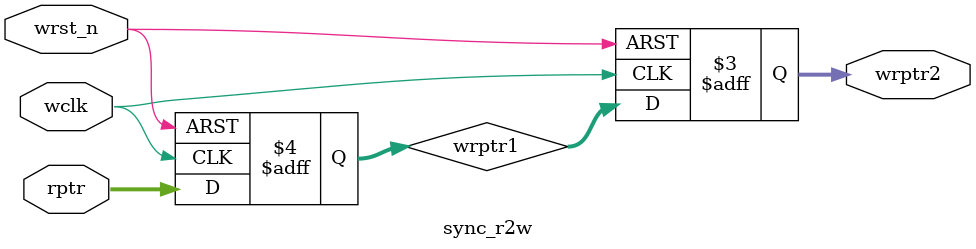
<source format=v>
module sync_r2w #(
  parameter ADDRSIZE = 4
) (
  output reg [ADDRSIZE:0] wrptr2,
  input  [ADDRSIZE:0] rptr,
  input               wclk,
  input               wrst_n
);

  reg [ADDRSIZE:0] wrptr1;
  
  always @(posedge wclk or negedge wrst_n)
    if (!wrst_n)
      {wrptr2, wrptr1} <= 0;
    else
      {wrptr2, wrptr1} <= {wrptr1, rptr};
      
endmodule
</source>
